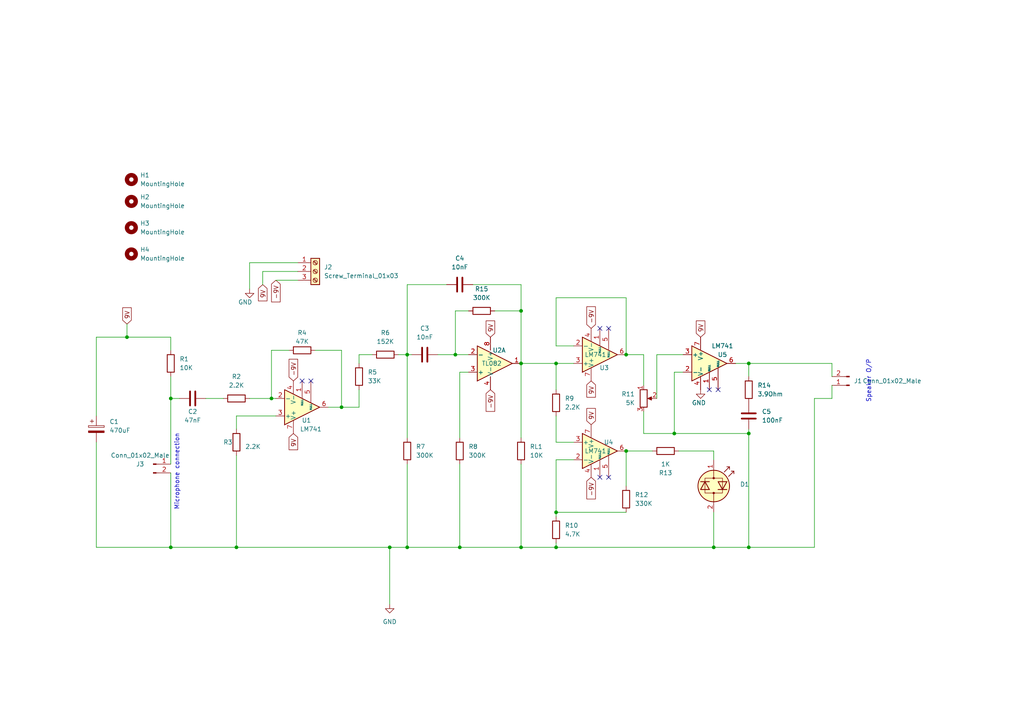
<source format=kicad_sch>
(kicad_sch (version 20211123) (generator eeschema)
  (paper "A4")
  (title_block (title "Digital Stethoscope "))
  (lib_symbols
    (symbol "Amplifier_Operational:LM741" (pin_names (offset 0.127))
      (property "Reference" "U" (at 0 6.35 0))
      (property "Value" "LM741" (at 0 3.81 0))
      (symbol "LM741_0_1"
        (polyline (pts (xy -5.08 5.08) (xy 5.08 0) (xy -5.08 -5.08) (xy -5.08 5.08)) (stroke (width 0.254)) (fill (type background)))
      )
      (symbol "LM741_1_1"
        (pin input line (at 0 -7.62 90) (length 5.08) (name "NULL") (number "1"))
        (pin input line (at -7.62 -2.54 0) (length 2.54) (name "-") (number "2"))
        (pin input line (at -7.62 2.54 0) (length 2.54) (name "+") (number "3"))
        (pin power_in line (at -2.54 -7.62 90) (length 3.81) (name "V-") (number "4"))
        (pin input line (at 2.54 -7.62 90) (length 6.35) (name "NULL") (number "5"))
        (pin output line (at 7.62 0 180) (length 2.54) (name "~") (number "6"))
        (pin power_in line (at -2.54 7.62 270) (length 3.81) (name "V+") (number "7"))
        (pin no_connect line (at 0 2.54 270) (length 2.54) hide (name "NC") (number "8"))
      )
    )
    (symbol "Amplifier_Operational:TL082" (pin_names (offset 0.127))
      (property "Reference" "U" (at 0 5.08 0))
      (property "Value" "TL082" (at 0 -5.08 0))
      (symbol "TL082_1_1"
        (polyline (pts (xy -5.08 5.08) (xy 5.08 0) (xy -5.08 -5.08) (xy -5.08 5.08)) (stroke (width 0.254)) (fill (type background)))
        (pin output line (at 7.62 0 180) (length 2.54) (name "~") (number "1"))
        (pin input line (at -7.62 -2.54 0) (length 2.54) (name "-") (number "2"))
        (pin input line (at -7.62 2.54 0) (length 2.54) (name "+") (number "3"))
      )
      (symbol "TL082_2_1"
        (polyline (pts (xy -5.08 5.08) (xy 5.08 0) (xy -5.08 -5.08) (xy -5.08 5.08)) (stroke (width 0.254)) (fill (type background)))
        (pin input line (at -7.62 2.54 0) (length 2.54) (name "+") (number "5"))
        (pin input line (at -7.62 -2.54 0) (length 2.54) (name "-") (number "6"))
        (pin output line (at 7.62 0 180) (length 2.54) (name "~") (number "7"))
      )
      (symbol "TL082_3_1"
        (pin power_in line (at -2.54 -7.62 90) (length 3.81) (name "V-") (number "4"))
        (pin power_in line (at -2.54 7.62 270) (length 3.81) (name "V+") (number "8"))
      )
    )
    (symbol "Connector:Conn_01x02_Male" (pin_names (offset 1.016) hide)
      (property "Reference" "J" (at 0 2.54 0))
      (property "Value" "Conn_01x02_Male" (at 0 -5.08 0))
      (symbol "Conn_01x02_Male_1_1"
        (polyline (pts (xy 1.27 -2.54) (xy 0.8636 -2.54)) (stroke (width 0.1524)))
        (polyline (pts (xy 1.27 0) (xy 0.8636 0)) (stroke (width 0.1524)))
        (rectangle (start 0.8636 -2.413) (end 0 -2.667) (stroke (width 0.1524)) (fill (type outline)))
        (rectangle (start 0.8636 0.127) (end 0 -0.127) (stroke (width 0.1524)) (fill (type outline)))
        (pin passive line (at 5.08 0 180) (length 3.81) (name "Pin_1") (number "1"))
        (pin passive line (at 5.08 -2.54 180) (length 3.81) (name "Pin_2") (number "2"))
      )
    )
    (symbol "Connector:Screw_Terminal_01x03" (pin_names (offset 1.016) hide)
      (property "Reference" "J" (at 0 5.08 0))
      (property "Value" "Screw_Terminal_01x03" (at 0 -5.08 0))
      (symbol "Screw_Terminal_01x03_1_1"
        (rectangle (start -1.27 3.81) (end 1.27 -3.81) (stroke (width 0.254)) (fill (type background)))
        (circle (center 0 -2.54) (radius 0.635) (stroke (width 0.1524)))
        (polyline (pts (xy -0.5334 -2.2098) (xy 0.3302 -3.048)) (stroke (width 0.1524)))
        (polyline (pts (xy -0.5334 0.3302) (xy 0.3302 -0.508)) (stroke (width 0.1524)))
        (polyline (pts (xy -0.5334 2.8702) (xy 0.3302 2.032)) (stroke (width 0.1524)))
        (polyline (pts (xy -0.3556 -2.032) (xy 0.508 -2.8702)) (stroke (width 0.1524)))
        (polyline (pts (xy -0.3556 0.508) (xy 0.508 -0.3302)) (stroke (width 0.1524)))
        (polyline (pts (xy -0.3556 3.048) (xy 0.508 2.2098)) (stroke (width 0.1524)))
        (circle (center 0 0) (radius 0.635) (stroke (width 0.1524)))
        (circle (center 0 2.54) (radius 0.635) (stroke (width 0.1524)))
        (pin passive line (at -5.08 2.54 0) (length 3.81) (name "Pin_1") (number "1"))
        (pin passive line (at -5.08 0 0) (length 3.81) (name "Pin_2") (number "2"))
        (pin passive line (at -5.08 -2.54 0) (length 3.81) (name "Pin_3") (number "3"))
      )
    )
    (symbol "Device:C" (pin_numbers hide) (pin_names (offset 0.254))
      (property "Reference" "C" (at 0.635 2.54 0))
      (property "Value" "C" (at 0.635 -2.54 0))
      (symbol "C_0_1"
        (polyline (pts (xy -2.032 -0.762) (xy 2.032 -0.762)) (stroke (width 0.508)))
        (polyline (pts (xy -2.032 0.762) (xy 2.032 0.762)) (stroke (width 0.508)))
      )
      (symbol "C_1_1"
        (pin passive line (at 0 3.81 270) (length 2.794) (name "~") (number "1"))
        (pin passive line (at 0 -3.81 90) (length 2.794) (name "~") (number "2"))
      )
    )
    (symbol "Device:C_Polarized" (pin_numbers hide) (pin_names (offset 0.254))
      (property "Reference" "C" (at 0.635 2.54 0))
      (property "Value" "C_Polarized" (at 0.635 -2.54 0))
      (symbol "C_Polarized_0_1"
        (rectangle (start -2.286 0.508) (end 2.286 1.016))
        (polyline (pts (xy -1.778 2.286) (xy -0.762 2.286)))
        (polyline (pts (xy -1.27 2.794) (xy -1.27 1.778)))
        (rectangle (start 2.286 -0.508) (end -2.286 -1.016) (fill (type outline)))
      )
      (symbol "C_Polarized_1_1"
        (pin passive line (at 0 3.81 270) (length 2.794) (name "~") (number "1"))
        (pin passive line (at 0 -3.81 90) (length 2.794) (name "~") (number "2"))
      )
    )
    (symbol "Device:LED_Dual_Bidirectional" (pin_names (offset 0) hide)
      (property "Reference" "D" (at 0 5.715 0))
      (property "Value" "LED_Dual_Bidirectional" (at 0 -6.35 0))
      (symbol "LED_Dual_Bidirectional_0_1"
        (circle (center -2.032 0) (radius 0.254) (fill (type outline)))
        (polyline (pts (xy -4.572 0) (xy -2.54 0)))
        (polyline (pts (xy -2.032 0) (xy -2.54 0)))
        (polyline (pts (xy -1.016 3.81) (xy -1.016 1.27)) (stroke (width 0.254)))
        (polyline (pts (xy 1.27 -1.27) (xy 1.27 -3.81)) (stroke (width 0.254)))
        (polyline (pts (xy 4.064 0) (xy 2.286 0)) (fill (type outline)))
        (polyline (pts (xy 4.318 5.842) (xy 4.318 5.08)) (stroke (width 0.2032)))
        (polyline (pts (xy 5.588 4.572) (xy 5.588 3.81)) (stroke (width 0.2032)))
        (polyline (pts (xy 2.794 4.318) (xy 4.318 5.842) (xy 3.556 5.842)) (stroke (width 0.2032)))
        (polyline (pts (xy 4.064 3.048) (xy 5.588 4.572) (xy 4.826 4.572)) (stroke (width 0.2032)))
        (polyline (pts (xy -1.016 -1.27) (xy -1.016 -3.81) (xy 1.27 -2.54) (xy -1.016 -1.27)) (stroke (width 0.254)))
        (polyline (pts (xy 1.27 3.81) (xy 1.27 1.27) (xy -1.016 2.54) (xy 1.27 3.81)) (stroke (width 0.254)))
        (polyline (pts (xy 2.286 2.54) (xy -2.032 2.54) (xy -2.032 -2.54) (xy 2.286 -2.54) (xy 2.286 2.54)))
        (circle (center 0 0) (radius 4.572) (stroke (width 0.254)) (fill (type background)))
        (circle (center 2.286 0) (radius 0.254) (fill (type outline)))
      )
      (symbol "LED_Dual_Bidirectional_1_1"
        (pin input line (at 7.62 0 180) (length 3.81) (name "KA") (number "1"))
        (pin input line (at -7.62 0 0) (length 3.048) (name "AK") (number "2"))
      )
    )
    (symbol "Device:R" (pin_numbers hide) (pin_names (offset 0))
      (property "Reference" "R" (at 2.032 0 90))
      (property "Value" "R" (at 0 0 90))
      (symbol "R_0_1"
        (rectangle (start -1.016 -2.54) (end 1.016 2.54) (stroke (width 0.254)))
      )
      (symbol "R_1_1"
        (pin passive line (at 0 3.81 270) (length 1.27) (name "~") (number "1"))
        (pin passive line (at 0 -3.81 90) (length 1.27) (name "~") (number "2"))
      )
    )
    (symbol "Device:R_Potentiometer" (pin_names (offset 1.016) hide)
      (property "Reference" "RV" (at -4.445 0 90))
      (property "Value" "R_Potentiometer" (at -2.54 0 90))
      (symbol "R_Potentiometer_0_1"
        (polyline (pts (xy 2.54 0) (xy 1.524 0)))
        (polyline (pts (xy 1.143 0) (xy 2.286 0.508) (xy 2.286 -0.508) (xy 1.143 0)) (fill (type outline)))
        (rectangle (start 1.016 2.54) (end -1.016 -2.54) (stroke (width 0.254)))
      )
      (symbol "R_Potentiometer_1_1"
        (pin passive line (at 0 3.81 270) (length 1.27) (name "1") (number "1"))
        (pin passive line (at 3.81 0 180) (length 1.27) (name "2") (number "2"))
        (pin passive line (at 0 -3.81 90) (length 1.27) (name "3") (number "3"))
      )
    )
    (symbol "Mechanical:MountingHole" (pin_names (offset 1.016))
      (property "Reference" "H" (at 0 5.08 0))
      (property "Value" "MountingHole" (at 0 3.175 0))
      (symbol "MountingHole_0_1"
        (circle (center 0 0) (radius 1.27) (stroke (width 1.27)))
      )
    )
    (symbol "power:GND" (power) (pin_names (offset 0))
      (property "Value" "GND" (at 0 -3.81 0))
      (symbol "GND_0_1"
        (polyline (pts (xy 0 0) (xy 0 -1.27) (xy 1.27 -1.27) (xy 0 -2.54) (xy -1.27 -1.27) (xy 0 -1.27)))
      )
      (symbol "GND_1_1"
        (pin power_in line (at 0 0 270) (length 0) hide (name "GND") (number "1"))
      )
    )
  )
  (junction (at 118.11 158.75))
  (junction (at 217.17 158.75))
  (junction (at 36.83 97.79))
  (junction (at 49.53 158.75))
  (junction (at 49.53 115.57))
  (junction (at 78.74 115.57))
  (junction (at 132.08 102.87))
  (junction (at 217.17 105.41))
  (junction (at 151.13 158.75))
  (junction (at 161.29 158.75))
  (junction (at 181.61 102.87))
  (junction (at 99.06 118.11))
  (junction (at 113.03 158.75))
  (junction (at 161.29 148.59))
  (junction (at 68.58 158.75))
  (junction (at 133.35 158.75))
  (junction (at 118.11 102.87))
  (junction (at 151.13 105.41))
  (junction (at 217.17 125.73))
  (junction (at 161.29 105.41))
  (junction (at 195.58 125.73))
  (junction (at 181.61 130.81))
  (junction (at 151.13 90.17))
  (junction (at 207.01 158.75))
  (no_connect (at 173.99 95.25))
  (no_connect (at 176.53 138.43))
  (no_connect (at 205.74 113.03))
  (no_connect (at 87.63 110.49))
  (no_connect (at 208.28 113.03))
  (no_connect (at 90.17 110.49))
  (no_connect (at 173.99 138.43))
  (no_connect (at 176.53 95.25))
  (wire (pts (xy 68.58 120.65) (xy 68.58 124.46)))
  (wire (pts (xy 115.57 102.87) (xy 118.11 102.87)))
  (wire (pts (xy 217.17 125.73) (xy 217.17 158.75)))
  (wire (pts (xy 80.01 81.28) (xy 86.36 81.28)))
  (wire (pts (xy 236.22 115.57) (xy 241.3 115.57)))
  (wire (pts (xy 104.14 113.03) (xy 104.14 118.11)))
  (wire (pts (xy 236.22 158.75) (xy 217.17 158.75)))
  (wire (pts (xy 161.29 100.33) (xy 161.29 86.36)))
  (wire (pts (xy 27.94 97.79) (xy 27.94 120.65)))
  (wire (pts (xy 190.5 102.87) (xy 198.12 102.87)))
  (wire (pts (xy 217.17 125.73) (xy 217.17 124.46)))
  (wire (pts (xy 186.69 102.87) (xy 181.61 102.87)))
  (wire (pts (xy 207.01 158.75) (xy 161.29 158.75)))
  (wire (pts (xy 195.58 107.95) (xy 198.12 107.95)))
  (wire (pts (xy 27.94 158.75) (xy 49.53 158.75)))
  (wire (pts (xy 236.22 115.57) (xy 236.22 158.75)))
  (wire (pts (xy 133.35 107.95) (xy 133.35 127)))
  (wire (pts (xy 118.11 158.75) (xy 133.35 158.75)))
  (wire (pts (xy 99.06 118.11) (xy 104.14 118.11)))
  (wire (pts (xy 76.2 78.74) (xy 76.2 82.55)))
  (wire (pts (xy 27.94 97.79) (xy 36.83 97.79)))
  (wire (pts (xy 181.61 130.81) (xy 181.61 140.97)))
  (wire (pts (xy 151.13 90.17) (xy 151.13 105.41)))
  (wire (pts (xy 181.61 86.36) (xy 181.61 102.87)))
  (wire (pts (xy 132.08 90.17) (xy 132.08 102.87)))
  (wire (pts (xy 113.03 158.75) (xy 113.03 175.26)))
  (wire (pts (xy 161.29 105.41) (xy 161.29 113.03)))
  (wire (pts (xy 49.53 158.75) (xy 68.58 158.75)))
  (wire (pts (xy 186.69 119.38) (xy 186.69 125.73)))
  (wire (pts (xy 118.11 82.55) (xy 118.11 102.87)))
  (wire (pts (xy 161.29 133.35) (xy 161.29 148.59)))
  (wire (pts (xy 241.3 111.76) (xy 241.3 115.57)))
  (wire (pts (xy 151.13 158.75) (xy 161.29 158.75)))
  (wire (pts (xy 133.35 158.75) (xy 151.13 158.75)))
  (wire (pts (xy 68.58 132.08) (xy 68.58 158.75)))
  (wire (pts (xy 143.51 90.17) (xy 151.13 90.17)))
  (wire (pts (xy 49.53 109.22) (xy 49.53 115.57)))
  (wire (pts (xy 161.29 128.27) (xy 166.37 128.27)))
  (wire (pts (xy 195.58 125.73) (xy 217.17 125.73)))
  (wire (pts (xy 181.61 130.81) (xy 189.23 130.81)))
  (wire (pts (xy 36.83 93.98) (xy 36.83 97.79)))
  (wire (pts (xy 213.36 105.41) (xy 217.17 105.41)))
  (wire (pts (xy 78.74 115.57) (xy 80.01 115.57)))
  (wire (pts (xy 91.44 101.6) (xy 99.06 101.6)))
  (wire (pts (xy 217.17 158.75) (xy 207.01 158.75)))
  (wire (pts (xy 161.29 105.41) (xy 166.37 105.41)))
  (wire (pts (xy 72.39 76.2) (xy 86.36 76.2)))
  (wire (pts (xy 133.35 134.62) (xy 133.35 158.75)))
  (wire (pts (xy 49.53 115.57) (xy 49.53 134.62)))
  (wire (pts (xy 129.54 82.55) (xy 118.11 82.55)))
  (wire (pts (xy 151.13 90.17) (xy 151.13 82.55)))
  (wire (pts (xy 151.13 134.62) (xy 151.13 158.75)))
  (wire (pts (xy 127 102.87) (xy 132.08 102.87)))
  (wire (pts (xy 132.08 90.17) (xy 135.89 90.17)))
  (wire (pts (xy 217.17 105.41) (xy 241.3 105.41)))
  (wire (pts (xy 118.11 102.87) (xy 119.38 102.87)))
  (wire (pts (xy 118.11 102.87) (xy 118.11 127)))
  (wire (pts (xy 161.29 148.59) (xy 181.61 148.59)))
  (wire (pts (xy 137.16 82.55) (xy 151.13 82.55)))
  (wire (pts (xy 104.14 102.87) (xy 107.95 102.87)))
  (wire (pts (xy 241.3 109.22) (xy 241.3 105.41)))
  (wire (pts (xy 186.69 125.73) (xy 195.58 125.73)))
  (wire (pts (xy 207.01 130.81) (xy 207.01 133.35)))
  (wire (pts (xy 207.01 148.59) (xy 207.01 158.75)))
  (wire (pts (xy 72.39 115.57) (xy 78.74 115.57)))
  (wire (pts (xy 95.25 118.11) (xy 99.06 118.11)))
  (wire (pts (xy 166.37 133.35) (xy 161.29 133.35)))
  (wire (pts (xy 151.13 127) (xy 151.13 105.41)))
  (wire (pts (xy 190.5 115.57) (xy 190.5 102.87)))
  (wire (pts (xy 36.83 97.79) (xy 49.53 97.79)))
  (wire (pts (xy 49.53 115.57) (xy 52.07 115.57)))
  (wire (pts (xy 86.36 78.74) (xy 76.2 78.74)))
  (wire (pts (xy 104.14 105.41) (xy 104.14 102.87)))
  (wire (pts (xy 68.58 158.75) (xy 113.03 158.75)))
  (wire (pts (xy 49.53 97.79) (xy 49.53 101.6)))
  (wire (pts (xy 80.01 120.65) (xy 68.58 120.65)))
  (wire (pts (xy 161.29 148.59) (xy 161.29 149.86)))
  (wire (pts (xy 99.06 101.6) (xy 99.06 118.11)))
  (wire (pts (xy 83.82 101.6) (xy 78.74 101.6)))
  (wire (pts (xy 196.85 130.81) (xy 207.01 130.81)))
  (wire (pts (xy 59.69 115.57) (xy 64.77 115.57)))
  (wire (pts (xy 161.29 86.36) (xy 181.61 86.36)))
  (wire (pts (xy 72.39 83.82) (xy 72.39 76.2)))
  (wire (pts (xy 186.69 111.76) (xy 186.69 102.87)))
  (wire (pts (xy 132.08 102.87) (xy 135.89 102.87)))
  (wire (pts (xy 27.94 128.27) (xy 27.94 158.75)))
  (wire (pts (xy 113.03 158.75) (xy 118.11 158.75)))
  (wire (pts (xy 166.37 100.33) (xy 161.29 100.33)))
  (wire (pts (xy 118.11 134.62) (xy 118.11 158.75)))
  (wire (pts (xy 49.53 137.16) (xy 49.53 158.75)))
  (wire (pts (xy 135.89 107.95) (xy 133.35 107.95)))
  (wire (pts (xy 161.29 120.65) (xy 161.29 128.27)))
  (wire (pts (xy 195.58 107.95) (xy 195.58 125.73)))
  (wire (pts (xy 151.13 105.41) (xy 161.29 105.41)))
  (wire (pts (xy 217.17 105.41) (xy 217.17 109.22)))
  (wire (pts (xy 161.29 158.75) (xy 161.29 157.48)))
  (wire (pts (xy 78.74 101.6) (xy 78.74 115.57)))
  (text "Microphone connection" (at 52.07 125.73 270) (effects (font (size 1.27 1.27)) (justify right bottom)))
  (text "Speaker O/P\n" (at 252.73 116.84 90) (effects (font (size 1.27 1.27)) (justify left bottom)))
  (global_label "9V" (shape input) (at 171.45 110.49 270) (property "Intersheet References" "${INTERSHEET_REFS}" (effects hide)))
  (global_label "9V" (shape input) (at 142.24 97.79 90) (property "Intersheet References" "${INTERSHEET_REFS}" (effects hide)))
  (global_label "9V" (shape input) (at 171.45 123.19 90) (property "Intersheet References" "${INTERSHEET_REFS}" (effects hide)))
  (global_label "9V" (shape input) (at 76.2 82.55 270) (property "Intersheet References" "${INTERSHEET_REFS}" (effects hide)))
  (global_label "9V" (shape input) (at 36.83 93.98 90) (property "Intersheet References" "${INTERSHEET_REFS}" (effects hide)))
  (global_label "-9V" (shape input) (at 85.09 110.49 90) (property "Intersheet References" "${INTERSHEET_REFS}" (effects hide)))
  (global_label "9V" (shape input) (at 85.09 125.73 270) (property "Intersheet References" "${INTERSHEET_REFS}" (effects hide)))
  (global_label "-9V" (shape input) (at 171.45 138.43 270) (property "Intersheet References" "${INTERSHEET_REFS}" (effects hide)))
  (global_label "-9V" (shape input) (at 142.24 113.03 270) (property "Intersheet References" "${INTERSHEET_REFS}" (effects hide)))
  (global_label "-9V" (shape input) (at 171.45 95.25 90) (property "Intersheet References" "${INTERSHEET_REFS}" (effects hide)))
  (global_label "-9V" (shape input) (at 80.01 81.28 270) (property "Intersheet References" "${INTERSHEET_REFS}" (effects hide)))
  (global_label "9V" (shape input) (at 203.2 97.79 90) (property "Intersheet References" "${INTERSHEET_REFS}" (effects hide)))
  (symbol (lib_id "Mechanical:MountingHole") (at 38.1 52.07 0) (unit 1)
    (property "Reference" "H1" (at 40.64 50.7999 0) (effects (justify left)))
    (property "Value" "MountingHole" (at 40.64 53.3399 0) (effects (justify left)))
    (property "Footprint" "MountingHole:MountingHole_2.5mm_Pad_TopOnly" (effects hide))
  )
  (symbol (lib_id "Device:C") (at 217.17 120.65 0) (unit 1)
    (property "Reference" "C5" (at 220.98 119.3799 0) (effects (justify left)))
    (property "Value" "100nF" (at 220.98 121.9199 0) (effects (justify left)))
    (property "Footprint" "Capacitor_SMD:C_0805_2012Metric_Pad1.18x1.45mm_HandSolder" (effects hide))
  )
  (symbol (lib_id "Device:R") (at 193.04 130.81 270) (mirror x) (unit 1)
    (property "Reference" "R13" (at 193.04 137.16 90))
    (property "Value" "1K" (at 193.04 134.62 90))
    (property "Footprint" "Resistor_SMD:R_0805_2012Metric_Pad1.20x1.40mm_HandSolder" (effects hide))
  )
  (symbol (lib_id "Device:C") (at 123.19 102.87 270) (unit 1)
    (property "Reference" "C3" (at 123.19 95.25 90))
    (property "Value" "10nF" (at 123.19 97.79 90))
    (property "Footprint" "Capacitor_SMD:C_0805_2012Metric_Pad1.18x1.45mm_HandSolder" (effects hide))
  )
  (symbol (lib_id "Device:LED_Dual_Bidirectional") (at 207.01 140.97 270) (mirror x) (unit 1)
    (property "Reference" "D1" (at 214.63 140.4746 90) (effects (justify left)))
    (property "Value" "LED_Dual_Bidirectional" (effects hide))
    (property "Footprint" "LED_SMD:LED_0805_2012Metric_Pad1.15x1.40mm_HandSolder" (effects hide))
  )
  (symbol (lib_id "Device:R") (at 161.29 116.84 0) (unit 1)
    (property "Reference" "R9" (at 163.83 115.5699 0) (effects (justify left)))
    (property "Value" "2.2K" (at 163.83 118.1099 0) (effects (justify left)))
    (property "Footprint" "Resistor_SMD:R_0805_2012Metric_Pad1.20x1.40mm_HandSolder" (effects hide))
  )
  (symbol (lib_id "Device:R") (at 68.58 115.57 90) (unit 1)
    (property "Reference" "R2" (at 68.58 109.22 90))
    (property "Value" "2.2K" (at 68.58 111.76 90))
    (property "Footprint" "Resistor_SMD:R_0805_2012Metric_Pad1.20x1.40mm_HandSolder" (effects hide))
  )
  (symbol (lib_id "Device:R") (at 68.58 128.27 0) (unit 1)
    (property "Reference" "R3" (at 64.77 128.2699 0) (effects (justify left)))
    (property "Value" "2.2K" (at 71.12 129.5399 0) (effects (justify left)))
    (property "Footprint" "Resistor_SMD:R_0805_2012Metric_Pad1.20x1.40mm_HandSolder" (effects hide))
  )
  (symbol (lib_id "Device:C") (at 55.88 115.57 90) (mirror x) (unit 1)
    (property "Reference" "C2" (at 55.88 119.38 90))
    (property "Value" "47nF" (at 55.88 121.92 90))
    (property "Footprint" "Capacitor_SMD:C_0805_2012Metric_Pad1.18x1.45mm_HandSolder" (effects hide))
  )
  (symbol (lib_id "Device:C") (at 133.35 82.55 270) (unit 1)
    (property "Reference" "C4" (at 133.35 74.93 90))
    (property "Value" "10nF" (at 133.35 77.47 90))
    (property "Footprint" "Capacitor_SMD:C_0805_2012Metric_Pad1.18x1.45mm_HandSolder" (effects hide))
  )
  (symbol (lib_id "Device:R") (at 139.7 90.17 270) (unit 1)
    (property "Reference" "R15" (at 139.7 83.82 90))
    (property "Value" "300K" (at 139.7 86.36 90))
    (property "Footprint" "Resistor_SMD:R_0805_2012Metric_Pad1.20x1.40mm_HandSolder" (effects hide))
  )
  (symbol (lib_id "Device:R") (at 217.17 113.03 0) (unit 1)
    (property "Reference" "R14" (at 219.71 111.7599 0) (effects (justify left)))
    (property "Value" "3.9Ohm" (at 219.71 114.2999 0) (effects (justify left)))
    (property "Footprint" "Resistor_SMD:R_0805_2012Metric_Pad1.20x1.40mm_HandSolder" (effects hide))
  )
  (symbol (lib_id "Amplifier_Operational:LM741") (at 205.74 105.41 0) (unit 1)
    (property "Reference" "U5" (at 209.55 102.87 0))
    (property "Value" "LM741" (at 209.55 100.33 0))
    (property "Footprint" "Package_DIP:DIP-8_W10.16mm" (effects hide))
    (property "Datasheet" "http://www.ti.com/lit/ds/symlink/lm741.pdf" (effects hide))
  )
  (symbol (lib_id "Amplifier_Operational:TL082") (at 144.78 105.41 0) (unit 3)
    (property "Reference" "U2" (effects hide))
    (property "Value" "TL082" (at 139.7 105.41 0) (effects (justify left)))
    (property "Footprint" "Package_DIP:DIP-8_W10.16mm" (effects hide))
    (property "Datasheet" "http://www.ti.com/lit/ds/symlink/tl081.pdf" (effects hide))
  )
  (symbol (lib_id "Connector:Conn_01x02_Male") (at 246.38 111.76 180) (unit 1)
    (property "Reference" "J1" (at 247.65 110.49 0) (effects (justify right)))
    (property "Value" "Conn_01x02_Male" (at 250.19 110.49 0) (effects (justify right)))
    (property "Footprint" "Connector_PinHeader_2.54mm:PinHeader_1x02_P2.54mm_Vertical" (effects hide))
  )
  (symbol (lib_id "power:GND") (at 203.2 113.03 0) (unit 1)
    (property "Reference" "#PWR0108" (effects hide))
    (property "Value" "GND" (at 200.66 116.84 0) (effects (justify left)))
  )
  (symbol (lib_id "Amplifier_Operational:LM741") (at 173.99 130.81 0) (unit 1)
    (property "Reference" "U4" (at 176.53 128.27 0))
    (property "Value" "LM741" (at 172.72 130.81 0))
    (property "Footprint" "Package_DIP:DIP-8_W10.16mm" (effects hide))
    (property "Datasheet" "http://www.ti.com/lit/ds/symlink/lm741.pdf" (effects hide))
  )
  (symbol (lib_id "Mechanical:MountingHole") (at 38.1 66.04 0) (unit 1)
    (property "Reference" "H3" (at 40.64 64.7699 0) (effects (justify left)))
    (property "Value" "MountingHole" (at 40.64 67.3099 0) (effects (justify left)))
    (property "Footprint" "MountingHole:MountingHole_2.5mm_Pad_TopOnly" (effects hide))
  )
  (symbol (lib_id "Connector:Conn_01x02_Male") (at 44.45 134.62 0) (unit 1)
    (property "Reference" "J3" (at 40.64 134.62 0))
    (property "Value" "Conn_01x02_Male" (at 40.64 132.08 0))
    (property "Footprint" "Connector_PinHeader_2.54mm:PinHeader_1x02_P2.54mm_Vertical" (effects hide))
  )
  (symbol (lib_id "Device:R_Potentiometer") (at 186.69 115.57 0) (unit 1)
    (property "Reference" "R11" (at 184.15 114.2999 0) (effects (justify right)))
    (property "Value" "5K" (at 184.15 116.8399 0) (effects (justify right)))
    (property "Footprint" "Potentiometer_THT:Potentiometer_Bourns_3386P_Vertical" (effects hide))
  )
  (symbol (lib_id "Device:R") (at 151.13 130.81 0) (unit 1)
    (property "Reference" "RL1" (at 153.67 129.5399 0) (effects (justify left)))
    (property "Value" "10K" (at 153.67 132.0799 0) (effects (justify left)))
    (property "Footprint" "Resistor_SMD:R_0805_2012Metric_Pad1.20x1.40mm_HandSolder" (effects hide))
  )
  (symbol (lib_id "power:GND") (at 113.03 175.26 0) (unit 1)
    (property "Reference" "#PWR0102" (effects hide))
    (property "Value" "GND" (at 113.03 180.34 0))
  )
  (symbol (lib_id "Device:R") (at 104.14 109.22 0) (unit 1)
    (property "Reference" "R5" (at 106.68 107.9499 0) (effects (justify left)))
    (property "Value" "33K" (at 106.68 110.4899 0) (effects (justify left)))
    (property "Footprint" "Resistor_SMD:R_0805_2012Metric_Pad1.20x1.40mm_HandSolder" (effects hide))
  )
  (symbol (lib_id "Amplifier_Operational:LM741") (at 173.99 102.87 0) (mirror x) (unit 1)
    (property "Reference" "U3" (at 175.26 106.68 0))
    (property "Value" "LM741" (at 172.72 102.87 0))
    (property "Footprint" "Package_DIP:DIP-8_W10.16mm" (effects hide))
    (property "Datasheet" "http://www.ti.com/lit/ds/symlink/lm741.pdf" (effects hide))
  )
  (symbol (lib_id "Device:R") (at 49.53 105.41 0) (unit 1)
    (property "Reference" "R1" (at 52.07 104.1399 0) (effects (justify left)))
    (property "Value" "10K" (at 52.07 106.6799 0) (effects (justify left)))
    (property "Footprint" "Resistor_SMD:R_0805_2012Metric_Pad1.20x1.40mm_HandSolder" (effects hide))
  )
  (symbol (lib_id "Device:R") (at 133.35 130.81 0) (unit 1)
    (property "Reference" "R8" (at 135.89 129.5399 0) (effects (justify left)))
    (property "Value" "300K" (at 135.89 132.0799 0) (effects (justify left)))
    (property "Footprint" "Resistor_SMD:R_0805_2012Metric_Pad1.20x1.40mm_HandSolder" (effects hide))
  )
  (symbol (lib_id "Device:R") (at 87.63 101.6 270) (unit 1)
    (property "Reference" "R4" (at 87.63 96.52 90))
    (property "Value" "47K" (at 87.63 99.06 90))
    (property "Footprint" "Resistor_SMD:R_0805_2012Metric_Pad1.20x1.40mm_HandSolder" (effects hide))
  )
  (symbol (lib_id "Mechanical:MountingHole") (at 38.1 73.66 0) (unit 1)
    (property "Reference" "H4" (at 40.64 72.3899 0) (effects (justify left)))
    (property "Value" "MountingHole" (at 40.64 74.9299 0) (effects (justify left)))
    (property "Footprint" "MountingHole:MountingHole_2.5mm_Pad_TopOnly" (effects hide))
  )
  (symbol (lib_id "power:GND") (at 72.39 83.82 0) (unit 1)
    (property "Reference" "#PWR0101" (effects hide))
    (property "Value" "GND" (at 71.12 87.63 0))
  )
  (symbol (lib_id "Amplifier_Operational:LM741") (at 87.63 118.11 0) (mirror x) (unit 1)
    (property "Reference" "U1" (at 88.9 121.92 0))
    (property "Value" "LM741" (at 90.17 124.46 0))
    (property "Footprint" "Package_DIP:DIP-8_W10.16mm" (effects hide))
    (property "Datasheet" "http://www.ti.com/lit/ds/symlink/lm741.pdf" (effects hide))
  )
  (symbol (lib_id "Device:R") (at 111.76 102.87 90) (unit 1)
    (property "Reference" "R6" (at 111.76 96.52 90))
    (property "Value" "152K" (at 111.76 99.06 90))
    (property "Footprint" "Resistor_SMD:R_0805_2012Metric_Pad1.20x1.40mm_HandSolder" (effects hide))
  )
  (symbol (lib_id "Device:R") (at 161.29 153.67 0) (unit 1)
    (property "Reference" "R10" (at 163.83 152.3999 0) (effects (justify left)))
    (property "Value" "4.7K" (at 163.83 154.9399 0) (effects (justify left)))
    (property "Footprint" "Resistor_SMD:R_0805_2012Metric_Pad1.20x1.40mm_HandSolder" (effects hide))
  )
  (symbol (lib_id "Amplifier_Operational:TL082") (at 143.51 105.41 0) (mirror x) (unit 1)
    (property "Reference" "U2" (at 144.78 101.6 0))
    (property "Value" "TL082" (effects hide))
    (property "Footprint" "Package_DIP:DIP-8_W10.16mm" (effects hide))
    (property "Datasheet" "http://www.ti.com/lit/ds/symlink/tl081.pdf" (effects hide))
  )
  (symbol (lib_id "Connector:Screw_Terminal_01x03") (at 91.44 78.74 0) (unit 1)
    (property "Reference" "J2" (at 93.98 77.4699 0) (effects (justify left)))
    (property "Value" "Screw_Terminal_01x03" (at 93.98 80.0099 0) (effects (justify left)))
    (property "Footprint" "TerminalBlock_Phoenix:TerminalBlock_Phoenix_MKDS-1,5-3_1x03_P5.00mm_Horizontal" (effects hide))
  )
  (symbol (lib_id "Device:R") (at 181.61 144.78 0) (unit 1)
    (property "Reference" "R12" (at 184.15 143.5099 0) (effects (justify left)))
    (property "Value" "330K" (at 184.15 146.0499 0) (effects (justify left)))
    (property "Footprint" "Resistor_SMD:R_0805_2012Metric_Pad1.20x1.40mm_HandSolder" (effects hide))
  )
  (symbol (lib_id "Mechanical:MountingHole") (at 38.1 58.42 0) (unit 1)
    (property "Reference" "H2" (at 40.64 57.1499 0) (effects (justify left)))
    (property "Value" "MountingHole" (at 40.64 59.6899 0) (effects (justify left)))
    (property "Footprint" "MountingHole:MountingHole_2.5mm_Pad_TopOnly" (effects hide))
  )
  (symbol (lib_id "Device:C_Polarized") (at 27.94 124.46 0) (unit 1)
    (property "Reference" "C1" (at 31.75 122.3009 0) (effects (justify left)))
    (property "Value" "470uF" (at 31.75 124.8409 0) (effects (justify left)))
    (property "Footprint" "Capacitor_SMD:CP_Elec_8x11.9" (effects hide))
  )
  (symbol (lib_id "Device:R") (at 118.11 130.81 0) (unit 1)
    (property "Reference" "R7" (at 120.65 129.5399 0) (effects (justify left)))
    (property "Value" "300K" (at 120.65 132.0799 0) (effects (justify left)))
    (property "Footprint" "Resistor_SMD:R_0805_2012Metric_Pad1.20x1.40mm_HandSolder" (effects hide))
  )
)
</source>
